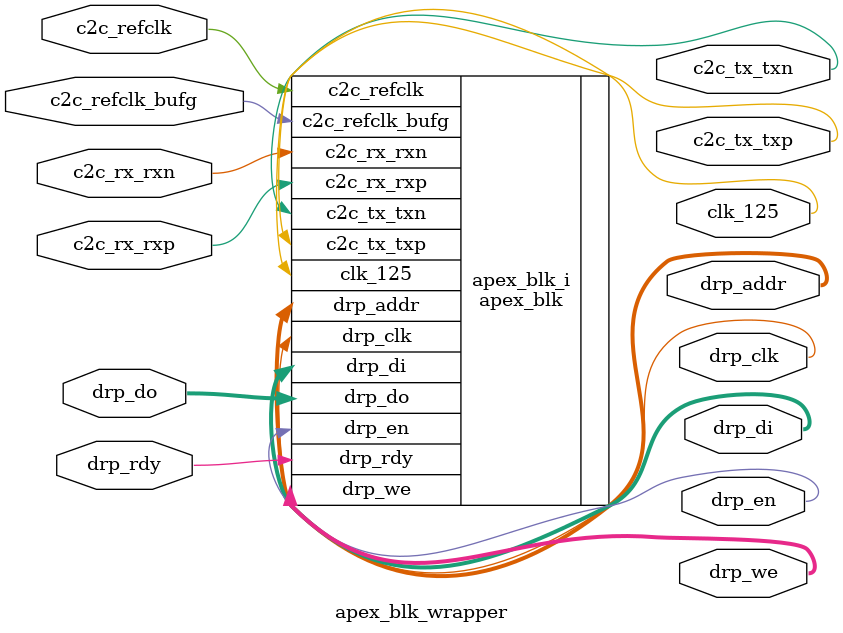
<source format=v>
`timescale 1 ps / 1 ps

module apex_blk_wrapper
   (c2c_refclk,
    c2c_refclk_bufg,
    c2c_rx_rxn,
    c2c_rx_rxp,
    c2c_tx_txn,
    c2c_tx_txp,
    clk_125,
    drp_addr,
    drp_clk,
    drp_di,
    drp_do,
    drp_en,
    drp_rdy,
    drp_we);
  input c2c_refclk;
  input [0:0]c2c_refclk_bufg;
  input [0:0]c2c_rx_rxn;
  input [0:0]c2c_rx_rxp;
  output [0:0]c2c_tx_txn;
  output [0:0]c2c_tx_txp;
  output clk_125;
  output [13:0]drp_addr;
  output drp_clk;
  output [63:0]drp_di;
  input [63:0]drp_do;
  output drp_en;
  input drp_rdy;
  output [7:0]drp_we;

  wire c2c_refclk;
  wire [0:0]c2c_refclk_bufg;
  wire [0:0]c2c_rx_rxn;
  wire [0:0]c2c_rx_rxp;
  wire [0:0]c2c_tx_txn;
  wire [0:0]c2c_tx_txp;
  wire clk_125;
  wire [13:0]drp_addr;
  wire drp_clk;
  wire [63:0]drp_di;
  wire [63:0]drp_do;
  wire drp_en;
  wire drp_rdy;
  wire [7:0]drp_we;

  apex_blk apex_blk_i
       (.c2c_refclk(c2c_refclk),
        .c2c_refclk_bufg(c2c_refclk_bufg),
        .c2c_rx_rxn(c2c_rx_rxn),
        .c2c_rx_rxp(c2c_rx_rxp),
        .c2c_tx_txn(c2c_tx_txn),
        .c2c_tx_txp(c2c_tx_txp),
        .clk_125(clk_125),
        .drp_addr(drp_addr),
        .drp_clk(drp_clk),
        .drp_di(drp_di),
        .drp_do(drp_do),
        .drp_en(drp_en),
        .drp_rdy(drp_rdy),
        .drp_we(drp_we));
endmodule

</source>
